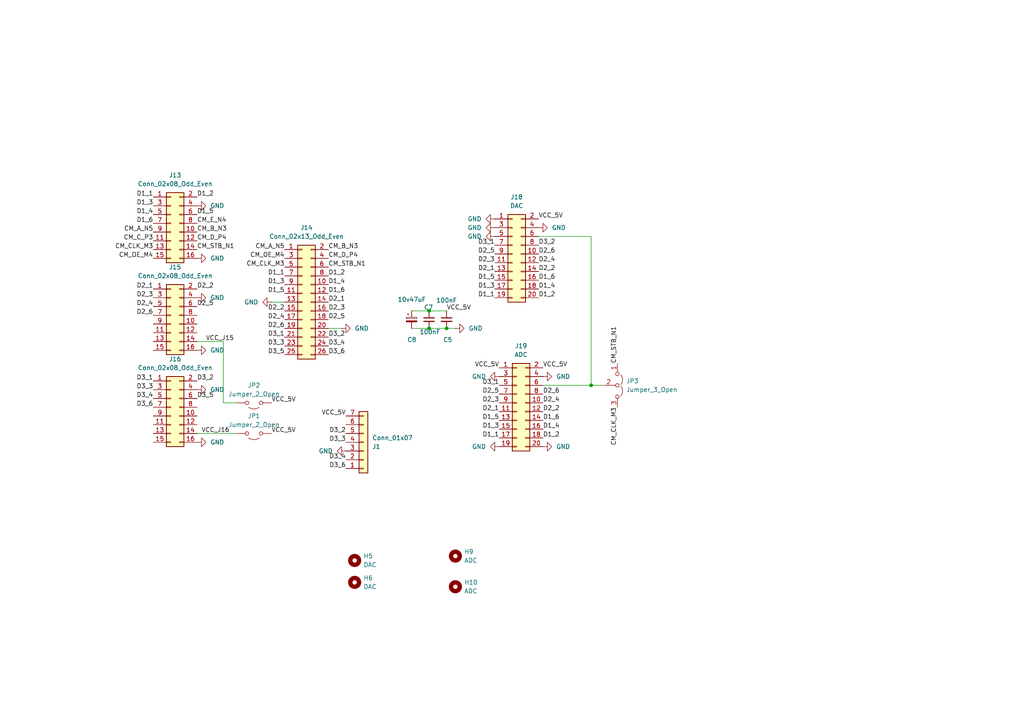
<source format=kicad_sch>
(kicad_sch (version 20231120) (generator "eeschema") (generator_version "8.0")
  (paper "A4")
  (lib_symbols
    (symbol "Connector_Generic:Conn_01x07" (pin_names (offset 1.016) hide)
      (property "Reference" "J" (at 0 10.16 0))
      (property "Value" "Conn_01x07" (at 0 -10.16 0))
      (symbol "Conn_01x07_1_1"
        (rectangle (start -1.27 -7.493) (end 0 -7.747) (stroke (width 0.1524)))
        (rectangle (start -1.27 -4.953) (end 0 -5.207) (stroke (width 0.1524)))
        (rectangle (start -1.27 -2.413) (end 0 -2.667) (stroke (width 0.1524)))
        (rectangle (start -1.27 0.127) (end 0 -0.127) (stroke (width 0.1524)))
        (rectangle (start -1.27 2.667) (end 0 2.413) (stroke (width 0.1524)))
        (rectangle (start -1.27 5.207) (end 0 4.953) (stroke (width 0.1524)))
        (rectangle (start -1.27 7.747) (end 0 7.493) (stroke (width 0.1524)))
        (rectangle (start -1.27 8.89) (end 1.27 -8.89) (stroke (width 0.254)) (fill (type background)))
        (pin passive line (at -5.08 7.62 0) (length 3.81) (name "Pin_1") (number "1"))
        (pin passive line (at -5.08 5.08 0) (length 3.81) (name "Pin_2") (number "2"))
        (pin passive line (at -5.08 2.54 0) (length 3.81) (name "Pin_3") (number "3"))
        (pin passive line (at -5.08 0 0) (length 3.81) (name "Pin_4") (number "4"))
        (pin passive line (at -5.08 -2.54 0) (length 3.81) (name "Pin_5") (number "5"))
        (pin passive line (at -5.08 -5.08 0) (length 3.81) (name "Pin_6") (number "6"))
        (pin passive line (at -5.08 -7.62 0) (length 3.81) (name "Pin_7") (number "7"))
      )
    )
    (symbol "Connector_Generic:Conn_02x08_Odd_Even" (pin_names (offset 1.016) hide)
      (property "Reference" "J" (at 1.27 10.16 0))
      (property "Value" "Conn_02x08_Odd_Even" (at 1.27 -12.7 0))
      (symbol "Conn_02x08_Odd_Even_1_1"
        (rectangle (start -1.27 -10.033) (end 0 -10.287) (stroke (width 0.1524)))
        (rectangle (start -1.27 -7.493) (end 0 -7.747) (stroke (width 0.1524)))
        (rectangle (start -1.27 -4.953) (end 0 -5.207) (stroke (width 0.1524)))
        (rectangle (start -1.27 -2.413) (end 0 -2.667) (stroke (width 0.1524)))
        (rectangle (start -1.27 0.127) (end 0 -0.127) (stroke (width 0.1524)))
        (rectangle (start -1.27 2.667) (end 0 2.413) (stroke (width 0.1524)))
        (rectangle (start -1.27 5.207) (end 0 4.953) (stroke (width 0.1524)))
        (rectangle (start -1.27 7.747) (end 0 7.493) (stroke (width 0.1524)))
        (rectangle (start -1.27 8.89) (end 3.81 -11.43) (stroke (width 0.254)) (fill (type background)))
        (rectangle (start 3.81 -10.033) (end 2.54 -10.287) (stroke (width 0.1524)))
        (rectangle (start 3.81 -7.493) (end 2.54 -7.747) (stroke (width 0.1524)))
        (rectangle (start 3.81 -4.953) (end 2.54 -5.207) (stroke (width 0.1524)))
        (rectangle (start 3.81 -2.413) (end 2.54 -2.667) (stroke (width 0.1524)))
        (rectangle (start 3.81 0.127) (end 2.54 -0.127) (stroke (width 0.1524)))
        (rectangle (start 3.81 2.667) (end 2.54 2.413) (stroke (width 0.1524)))
        (rectangle (start 3.81 5.207) (end 2.54 4.953) (stroke (width 0.1524)))
        (rectangle (start 3.81 7.747) (end 2.54 7.493) (stroke (width 0.1524)))
        (pin passive line (at -5.08 7.62 0) (length 3.81) (name "Pin_1") (number "1"))
        (pin passive line (at 7.62 -2.54 180) (length 3.81) (name "Pin_10") (number "10"))
        (pin passive line (at -5.08 -5.08 0) (length 3.81) (name "Pin_11") (number "11"))
        (pin passive line (at 7.62 -5.08 180) (length 3.81) (name "Pin_12") (number "12"))
        (pin passive line (at -5.08 -7.62 0) (length 3.81) (name "Pin_13") (number "13"))
        (pin passive line (at 7.62 -7.62 180) (length 3.81) (name "Pin_14") (number "14"))
        (pin passive line (at -5.08 -10.16 0) (length 3.81) (name "Pin_15") (number "15"))
        (pin passive line (at 7.62 -10.16 180) (length 3.81) (name "Pin_16") (number "16"))
        (pin passive line (at 7.62 7.62 180) (length 3.81) (name "Pin_2") (number "2"))
        (pin passive line (at -5.08 5.08 0) (length 3.81) (name "Pin_3") (number "3"))
        (pin passive line (at 7.62 5.08 180) (length 3.81) (name "Pin_4") (number "4"))
        (pin passive line (at -5.08 2.54 0) (length 3.81) (name "Pin_5") (number "5"))
        (pin passive line (at 7.62 2.54 180) (length 3.81) (name "Pin_6") (number "6"))
        (pin passive line (at -5.08 0 0) (length 3.81) (name "Pin_7") (number "7"))
        (pin passive line (at 7.62 0 180) (length 3.81) (name "Pin_8") (number "8"))
        (pin passive line (at -5.08 -2.54 0) (length 3.81) (name "Pin_9") (number "9"))
      )
    )
    (symbol "Connector_Generic:Conn_02x10_Odd_Even" (pin_names (offset 1.016) hide)
      (property "Reference" "J" (at 1.27 12.7 0))
      (property "Value" "Conn_02x10_Odd_Even" (at 1.27 -15.24 0))
      (symbol "Conn_02x10_Odd_Even_1_1"
        (rectangle (start -1.27 -12.573) (end 0 -12.827) (stroke (width 0.1524)))
        (rectangle (start -1.27 -10.033) (end 0 -10.287) (stroke (width 0.1524)))
        (rectangle (start -1.27 -7.493) (end 0 -7.747) (stroke (width 0.1524)))
        (rectangle (start -1.27 -4.953) (end 0 -5.207) (stroke (width 0.1524)))
        (rectangle (start -1.27 -2.413) (end 0 -2.667) (stroke (width 0.1524)))
        (rectangle (start -1.27 0.127) (end 0 -0.127) (stroke (width 0.1524)))
        (rectangle (start -1.27 2.667) (end 0 2.413) (stroke (width 0.1524)))
        (rectangle (start -1.27 5.207) (end 0 4.953) (stroke (width 0.1524)))
        (rectangle (start -1.27 7.747) (end 0 7.493) (stroke (width 0.1524)))
        (rectangle (start -1.27 10.287) (end 0 10.033) (stroke (width 0.1524)))
        (rectangle (start -1.27 11.43) (end 3.81 -13.97) (stroke (width 0.254)) (fill (type background)))
        (rectangle (start 3.81 -12.573) (end 2.54 -12.827) (stroke (width 0.1524)))
        (rectangle (start 3.81 -10.033) (end 2.54 -10.287) (stroke (width 0.1524)))
        (rectangle (start 3.81 -7.493) (end 2.54 -7.747) (stroke (width 0.1524)))
        (rectangle (start 3.81 -4.953) (end 2.54 -5.207) (stroke (width 0.1524)))
        (rectangle (start 3.81 -2.413) (end 2.54 -2.667) (stroke (width 0.1524)))
        (rectangle (start 3.81 0.127) (end 2.54 -0.127) (stroke (width 0.1524)))
        (rectangle (start 3.81 2.667) (end 2.54 2.413) (stroke (width 0.1524)))
        (rectangle (start 3.81 5.207) (end 2.54 4.953) (stroke (width 0.1524)))
        (rectangle (start 3.81 7.747) (end 2.54 7.493) (stroke (width 0.1524)))
        (rectangle (start 3.81 10.287) (end 2.54 10.033) (stroke (width 0.1524)))
        (pin passive line (at -5.08 10.16 0) (length 3.81) (name "Pin_1") (number "1"))
        (pin passive line (at 7.62 0 180) (length 3.81) (name "Pin_10") (number "10"))
        (pin passive line (at -5.08 -2.54 0) (length 3.81) (name "Pin_11") (number "11"))
        (pin passive line (at 7.62 -2.54 180) (length 3.81) (name "Pin_12") (number "12"))
        (pin passive line (at -5.08 -5.08 0) (length 3.81) (name "Pin_13") (number "13"))
        (pin passive line (at 7.62 -5.08 180) (length 3.81) (name "Pin_14") (number "14"))
        (pin passive line (at -5.08 -7.62 0) (length 3.81) (name "Pin_15") (number "15"))
        (pin passive line (at 7.62 -7.62 180) (length 3.81) (name "Pin_16") (number "16"))
        (pin passive line (at -5.08 -10.16 0) (length 3.81) (name "Pin_17") (number "17"))
        (pin passive line (at 7.62 -10.16 180) (length 3.81) (name "Pin_18") (number "18"))
        (pin passive line (at -5.08 -12.7 0) (length 3.81) (name "Pin_19") (number "19"))
        (pin passive line (at 7.62 10.16 180) (length 3.81) (name "Pin_2") (number "2"))
        (pin passive line (at 7.62 -12.7 180) (length 3.81) (name "Pin_20") (number "20"))
        (pin passive line (at -5.08 7.62 0) (length 3.81) (name "Pin_3") (number "3"))
        (pin passive line (at 7.62 7.62 180) (length 3.81) (name "Pin_4") (number "4"))
        (pin passive line (at -5.08 5.08 0) (length 3.81) (name "Pin_5") (number "5"))
        (pin passive line (at 7.62 5.08 180) (length 3.81) (name "Pin_6") (number "6"))
        (pin passive line (at -5.08 2.54 0) (length 3.81) (name "Pin_7") (number "7"))
        (pin passive line (at 7.62 2.54 180) (length 3.81) (name "Pin_8") (number "8"))
        (pin passive line (at -5.08 0 0) (length 3.81) (name "Pin_9") (number "9"))
      )
    )
    (symbol "Connector_Generic:Conn_02x13_Odd_Even" (pin_names (offset 1.016) hide)
      (property "Reference" "J" (at 1.27 17.78 0))
      (property "Value" "Conn_02x13_Odd_Even" (at 1.27 -17.78 0))
      (symbol "Conn_02x13_Odd_Even_1_1"
        (rectangle (start -1.27 -15.113) (end 0 -15.367) (stroke (width 0.1524)))
        (rectangle (start -1.27 -12.573) (end 0 -12.827) (stroke (width 0.1524)))
        (rectangle (start -1.27 -10.033) (end 0 -10.287) (stroke (width 0.1524)))
        (rectangle (start -1.27 -7.493) (end 0 -7.747) (stroke (width 0.1524)))
        (rectangle (start -1.27 -4.953) (end 0 -5.207) (stroke (width 0.1524)))
        (rectangle (start -1.27 -2.413) (end 0 -2.667) (stroke (width 0.1524)))
        (rectangle (start -1.27 0.127) (end 0 -0.127) (stroke (width 0.1524)))
        (rectangle (start -1.27 2.667) (end 0 2.413) (stroke (width 0.1524)))
        (rectangle (start -1.27 5.207) (end 0 4.953) (stroke (width 0.1524)))
        (rectangle (start -1.27 7.747) (end 0 7.493) (stroke (width 0.1524)))
        (rectangle (start -1.27 10.287) (end 0 10.033) (stroke (width 0.1524)))
        (rectangle (start -1.27 12.827) (end 0 12.573) (stroke (width 0.1524)))
        (rectangle (start -1.27 15.367) (end 0 15.113) (stroke (width 0.1524)))
        (rectangle (start -1.27 16.51) (end 3.81 -16.51) (stroke (width 0.254)) (fill (type background)))
        (rectangle (start 3.81 -15.113) (end 2.54 -15.367) (stroke (width 0.1524)))
        (rectangle (start 3.81 -12.573) (end 2.54 -12.827) (stroke (width 0.1524)))
        (rectangle (start 3.81 -10.033) (end 2.54 -10.287) (stroke (width 0.1524)))
        (rectangle (start 3.81 -7.493) (end 2.54 -7.747) (stroke (width 0.1524)))
        (rectangle (start 3.81 -4.953) (end 2.54 -5.207) (stroke (width 0.1524)))
        (rectangle (start 3.81 -2.413) (end 2.54 -2.667) (stroke (width 0.1524)))
        (rectangle (start 3.81 0.127) (end 2.54 -0.127) (stroke (width 0.1524)))
        (rectangle (start 3.81 2.667) (end 2.54 2.413) (stroke (width 0.1524)))
        (rectangle (start 3.81 5.207) (end 2.54 4.953) (stroke (width 0.1524)))
        (rectangle (start 3.81 7.747) (end 2.54 7.493) (stroke (width 0.1524)))
        (rectangle (start 3.81 10.287) (end 2.54 10.033) (stroke (width 0.1524)))
        (rectangle (start 3.81 12.827) (end 2.54 12.573) (stroke (width 0.1524)))
        (rectangle (start 3.81 15.367) (end 2.54 15.113) (stroke (width 0.1524)))
        (pin passive line (at -5.08 15.24 0) (length 3.81) (name "Pin_1") (number "1"))
        (pin passive line (at 7.62 5.08 180) (length 3.81) (name "Pin_10") (number "10"))
        (pin passive line (at -5.08 2.54 0) (length 3.81) (name "Pin_11") (number "11"))
        (pin passive line (at 7.62 2.54 180) (length 3.81) (name "Pin_12") (number "12"))
        (pin passive line (at -5.08 0 0) (length 3.81) (name "Pin_13") (number "13"))
        (pin passive line (at 7.62 0 180) (length 3.81) (name "Pin_14") (number "14"))
        (pin passive line (at -5.08 -2.54 0) (length 3.81) (name "Pin_15") (number "15"))
        (pin passive line (at 7.62 -2.54 180) (length 3.81) (name "Pin_16") (number "16"))
        (pin passive line (at -5.08 -5.08 0) (length 3.81) (name "Pin_17") (number "17"))
        (pin passive line (at 7.62 -5.08 180) (length 3.81) (name "Pin_18") (number "18"))
        (pin passive line (at -5.08 -7.62 0) (length 3.81) (name "Pin_19") (number "19"))
        (pin passive line (at 7.62 15.24 180) (length 3.81) (name "Pin_2") (number "2"))
        (pin passive line (at 7.62 -7.62 180) (length 3.81) (name "Pin_20") (number "20"))
        (pin passive line (at -5.08 -10.16 0) (length 3.81) (name "Pin_21") (number "21"))
        (pin passive line (at 7.62 -10.16 180) (length 3.81) (name "Pin_22") (number "22"))
        (pin passive line (at -5.08 -12.7 0) (length 3.81) (name "Pin_23") (number "23"))
        (pin passive line (at 7.62 -12.7 180) (length 3.81) (name "Pin_24") (number "24"))
        (pin passive line (at -5.08 -15.24 0) (length 3.81) (name "Pin_25") (number "25"))
        (pin passive line (at 7.62 -15.24 180) (length 3.81) (name "Pin_26") (number "26"))
        (pin passive line (at -5.08 12.7 0) (length 3.81) (name "Pin_3") (number "3"))
        (pin passive line (at 7.62 12.7 180) (length 3.81) (name "Pin_4") (number "4"))
        (pin passive line (at -5.08 10.16 0) (length 3.81) (name "Pin_5") (number "5"))
        (pin passive line (at 7.62 10.16 180) (length 3.81) (name "Pin_6") (number "6"))
        (pin passive line (at -5.08 7.62 0) (length 3.81) (name "Pin_7") (number "7"))
        (pin passive line (at 7.62 7.62 180) (length 3.81) (name "Pin_8") (number "8"))
        (pin passive line (at -5.08 5.08 0) (length 3.81) (name "Pin_9") (number "9"))
      )
    )
    (symbol "Device:C_Polarized_Small" (pin_numbers hide) (pin_names (offset 0.254) hide)
      (property "Reference" "C" (at 0.254 1.778 0))
      (property "Value" "C_Polarized_Small" (at 0.254 -2.032 0))
      (symbol "C_Polarized_Small_0_1"
        (rectangle (start -1.524 -0.3048) (end 1.524 -0.6858) (fill (type outline)))
        (rectangle (start -1.524 0.6858) (end 1.524 0.3048))
        (polyline (pts (xy -1.27 1.524) (xy -0.762 1.524)))
        (polyline (pts (xy -1.016 1.27) (xy -1.016 1.778)))
      )
      (symbol "C_Polarized_Small_1_1"
        (pin passive line (at 0 2.54 270) (length 1.8542) (name "~") (number "1"))
        (pin passive line (at 0 -2.54 90) (length 1.8542) (name "~") (number "2"))
      )
    )
    (symbol "Device:C_Small" (pin_numbers hide) (pin_names (offset 0.254) hide)
      (property "Reference" "C" (at 0.254 1.778 0))
      (property "Value" "C_Small" (at 0.254 -2.032 0))
      (symbol "C_Small_0_1"
        (polyline (pts (xy -1.524 -0.508) (xy 1.524 -0.508)) (stroke (width 0.3302)))
        (polyline (pts (xy -1.524 0.508) (xy 1.524 0.508)) (stroke (width 0.3048)))
      )
      (symbol "C_Small_1_1"
        (pin passive line (at 0 2.54 270) (length 2.032) (name "~") (number "1"))
        (pin passive line (at 0 -2.54 90) (length 2.032) (name "~") (number "2"))
      )
    )
    (symbol "Jumper:Jumper_2_Open" (pin_numbers hide) (pin_names (offset 0) hide) (exclude_from_sim yes)
      (property "Reference" "JP" (at 0 2.794 0))
      (property "Value" "Jumper_2_Open" (at 0 -2.286 0))
      (symbol "Jumper_2_Open_0_0"
        (circle (center -2.032 0) (radius 0.508))
        (circle (center 2.032 0) (radius 0.508))
      )
      (symbol "Jumper_2_Open_0_1"
        (arc (start 1.524 1.27) (mid 0 1.778) (end -1.524 1.27))
      )
      (symbol "Jumper_2_Open_1_1"
        (pin passive line (at -5.08 0 0) (length 2.54) (name "A") (number "1"))
        (pin passive line (at 5.08 0 180) (length 2.54) (name "B") (number "2"))
      )
    )
    (symbol "Jumper:Jumper_3_Open" (pin_names (offset 0) hide) (exclude_from_sim yes) (in_bom no)
      (property "Reference" "JP" (at -2.54 -2.54 0))
      (property "Value" "Jumper_3_Open" (at 0 2.794 0))
      (symbol "Jumper_3_Open_0_0"
        (circle (center -3.302 0) (radius 0.508))
        (circle (center 0 0) (radius 0.508))
        (circle (center 3.302 0) (radius 0.508))
      )
      (symbol "Jumper_3_Open_0_1"
        (arc (start -0.254 1.016) (mid -1.651 1.4992) (end -3.048 1.016))
        (polyline (pts (xy 0 -0.508) (xy 0 -1.27)))
        (arc (start 3.048 1.016) (mid 1.651 1.4992) (end 0.254 1.016))
      )
      (symbol "Jumper_3_Open_1_1"
        (pin passive line (at -6.35 0 0) (length 2.54) (name "A") (number "1"))
        (pin passive line (at 0 -3.81 90) (length 2.54) (name "C") (number "2"))
        (pin passive line (at 6.35 0 180) (length 2.54) (name "B") (number "3"))
      )
    )
    (symbol "Mechanical:MountingHole" (pin_names (offset 1.016)) (exclude_from_sim yes) (in_bom no)
      (property "Reference" "H" (at 0 5.08 0))
      (property "Value" "MountingHole" (at 0 3.175 0))
      (symbol "MountingHole_0_1"
        (circle (center 0 0) (radius 1.27) (stroke (width 1.27)))
      )
    )
    (symbol "power:GND" (power) (pin_numbers hide) (pin_names (offset 0) hide)
      (property "Value" "GND" (at 0 -3.81 0))
      (symbol "GND_0_1"
        (polyline (pts (xy 0 0) (xy 0 -1.27) (xy 1.27 -1.27) (xy 0 -2.54) (xy -1.27 -1.27) (xy 0 -1.27)))
      )
      (symbol "GND_1_1"
        (pin power_in line (at 0 0 270) (length 0) (name "~") (number "1"))
      )
    )
  )
  (junction (at 124.46 90.17))
  (junction (at 124.46 95.25))
  (junction (at 171.45 111.76))
  (junction (at 129.54 95.25))
  (wire (pts (xy 124.46 95.25) (xy 129.54 95.25)))
  (wire (pts (xy 171.45 68.58) (xy 171.45 111.76)))
  (wire (pts (xy 64.77 116.84) (xy 68.58 116.84)))
  (wire (pts (xy 64.77 99.06) (xy 64.77 116.84)))
  (wire (pts (xy 129.54 95.25) (xy 132.08 95.25)))
  (wire (pts (xy 156.21 68.58) (xy 171.45 68.58)))
  (wire (pts (xy 95.25 95.25) (xy 99.06 95.25)))
  (wire (pts (xy 78.74 87.63) (xy 82.55 87.63)))
  (wire (pts (xy 157.48 111.76) (xy 171.45 111.76)))
  (wire (pts (xy 119.38 90.17) (xy 124.46 90.17)))
  (wire (pts (xy 171.45 111.76) (xy 175.26 111.76)))
  (wire (pts (xy 57.15 125.73) (xy 68.58 125.73)))
  (wire (pts (xy 124.46 90.17) (xy 129.54 90.17)))
  (wire (pts (xy 119.38 95.25) (xy 124.46 95.25)))
  (wire (pts (xy 57.15 99.06) (xy 64.77 99.06)))
  (label "D2_5" (at 57.15 88.9 0))
  (label "D3_4" (at 44.45 115.57 180))
  (label "D1_6" (at 95.25 85.09 0))
  (label "CM_D_P4" (at 57.15 69.85 0))
  (label "D3_3" (at 44.45 113.03 180))
  (label "D3_6" (at 44.45 118.11 180))
  (label "D1_6" (at 157.48 121.92 0))
  (label "D1_2" (at 156.21 86.36 0))
  (label "D1_3" (at 143.51 83.82 180))
  (label "D1_2" (at 95.25 80.01 0))
  (label "D1_6" (at 156.21 81.28 0))
  (label "D2_4" (at 82.55 92.71 180))
  (label "CM_A_N5" (at 44.45 67.31 180))
  (label "VCC_5V" (at 78.74 125.73 0))
  (label "D2_2" (at 156.21 78.74 0))
  (label "D1_4" (at 95.25 82.55 0))
  (label "D2_2" (at 157.48 119.38 0))
  (label "D3_1" (at 82.55 97.79 180))
  (label "D3_1" (at 144.78 111.76 180))
  (label "CM_A_N5" (at 82.55 72.39 180))
  (label "CM_OE_M4" (at 82.55 74.93 180))
  (label "CM_STB_N1" (at 95.25 77.47 0))
  (label "CM_E_N4" (at 57.15 64.77 0))
  (label "D3_4" (at 100.33 133.35 180))
  (label "CM_STB_N1" (at 57.15 72.39 0))
  (label "D3_2" (at 57.15 110.49 0))
  (label "CM_OE_M4" (at 44.45 74.93 180))
  (label "D2_6" (at 82.55 95.25 180))
  (label "CM_B_N3" (at 57.15 67.31 0))
  (label "D3_2" (at 100.33 125.73 180))
  (label "D2_2" (at 57.15 83.82 0))
  (label "D3_6" (at 95.25 102.87 0))
  (label "D2_6" (at 156.21 73.66 0))
  (label "D1_4" (at 44.45 62.23 180))
  (label "D3_5" (at 82.55 102.87 180))
  (label "VCC_5V" (at 156.21 63.5 0))
  (label "CM_CLK_M3" (at 82.55 77.47 180))
  (label "D1_4" (at 157.48 124.46 0))
  (label "D1_5" (at 57.15 62.23 0))
  (label "CM_C_P3" (at 44.45 69.85 180))
  (label "D1_5" (at 82.55 85.09 180))
  (label "D3_4" (at 95.25 100.33 0))
  (label "D1_3" (at 144.78 124.46 180))
  (label "VCC_5V" (at 78.74 116.84 0))
  (label "D1_5" (at 144.78 121.92 180))
  (label "D1_4" (at 156.21 83.82 0))
  (label "VCC_5V" (at 144.78 106.68 180))
  (label "D1_3" (at 44.45 59.69 180))
  (label "VCC_5V" (at 157.48 106.68 0))
  (label "CM_B_N3" (at 95.25 72.39 0))
  (label "CM_D_P4" (at 95.25 74.93 0))
  (label "D1_1" (at 82.55 80.01 180))
  (label "VCC_5V" (at 100.33 120.65 180))
  (label "CM_STB_N1" (at 179.07 105.41 90))
  (label "D2_3" (at 144.78 116.84 180))
  (label "D2_1" (at 95.25 87.63 0))
  (label "D2_3" (at 143.51 76.2 180))
  (label "D3_5" (at 57.15 115.57 0))
  (label "D3_2" (at 156.21 71.12 0))
  (label "D1_3" (at 82.55 82.55 180))
  (label "D2_2" (at 82.55 90.17 180))
  (label "D3_3" (at 100.33 128.27 180))
  (label "D1_6" (at 44.45 64.77 180))
  (label "D2_4" (at 156.21 76.2 0))
  (label "VCC_5V" (at 129.54 90.17 0))
  (label "D3_6" (at 100.33 135.89 180))
  (label "D2_4" (at 157.48 116.84 0))
  (label "D3_2" (at 95.25 97.79 0))
  (label "D2_1" (at 143.51 78.74 180))
  (label "D2_3" (at 95.25 90.17 0))
  (label "VCC_J15" (at 59.69 99.06 0))
  (label "D2_1" (at 44.45 83.82 180))
  (label "D2_1" (at 144.78 119.38 180))
  (label "D2_4" (at 44.45 88.9 180))
  (label "D2_5" (at 143.51 73.66 180))
  (label "CM_CLK_M3" (at 179.07 118.11 270))
  (label "D2_6" (at 157.48 114.3 0))
  (label "D3_1" (at 44.45 110.49 180))
  (label "CM_CLK_M3" (at 44.45 72.39 180))
  (label "D2_5" (at 144.78 114.3 180))
  (label "D2_5" (at 95.25 92.71 0))
  (label "D1_1" (at 143.51 86.36 180))
  (label "D2_6" (at 44.45 91.44 180))
  (label "D2_3" (at 44.45 86.36 180))
  (label "D1_5" (at 143.51 81.28 180))
  (label "VCC_J16" (at 58.42 125.73 0))
  (label "D3_1" (at 143.51 71.12 180))
  (label "D1_2" (at 57.15 57.15 0))
  (label "D1_1" (at 44.45 57.15 180))
  (label "D1_2" (at 157.48 127 0))
  (label "D1_1" (at 144.78 127 180))
  (label "D3_3" (at 82.55 100.33 180))
  (symbol (lib_id "Connector_Generic:Conn_02x08_Odd_Even") (at 49.53 64.77 0) (unit 1)
    (property "Reference" "J13" (at 50.8 50.8 0))
    (property "Value" "Conn_02x08_Odd_Even" (at 50.8 53.34 0))
    (property "Footprint" "Connector_PinSocket_2.54mm:PinSocket_2x08_P2.54mm_Vertical" (effects (hide yes)))
    (property "Description" "Generic connector, double row, 02x08, odd/even pin numbering scheme (row 1 odd numbers, row 2 even numbers), script generated (kicad-library-utils/schlib/autogen/connector/)" (effects (hide yes)))
  )
  (symbol (lib_id "Jumper:Jumper_2_Open") (at 73.66 125.73 180) (unit 1) (exclude_from_sim yes)
    (property "Reference" "JP1" (at 73.66 120.65 0))
    (property "Value" "Jumper_2_Open" (at 73.66 123.19 0))
    (property "Footprint" "Jumper:SolderJumper-3_P1.3mm_Open_Pad1.0x1.5mm" (effects (hide yes)))
    (property "Description" "Jumper, 2-pole, open" (effects (hide yes)))
  )
  (symbol (lib_id "Connector_Generic:Conn_02x08_Odd_Even") (at 49.53 91.44 0) (unit 1)
    (property "Reference" "J15" (at 50.8 77.47 0))
    (property "Value" "Conn_02x08_Odd_Even" (at 50.8 80.01 0))
    (property "Footprint" "Connector_PinSocket_2.54mm:PinSocket_2x08_P2.54mm_Vertical" (effects (hide yes)))
    (property "Description" "Generic connector, double row, 02x08, odd/even pin numbering scheme (row 1 odd numbers, row 2 even numbers), script generated (kicad-library-utils/schlib/autogen/connector/)" (effects (hide yes)))
  )
  (symbol (lib_id "power:GND") (at 57.15 113.03 90) (unit 1)
    (property "Reference" "#PWR022" (effects (hide yes)))
    (property "Value" "GND" (at 60.96 113.0299 90) (effects (justify right)))
    (property "Description" "Power symbol creates a global label with name \"GND\" , ground" (effects (hide yes)))
  )
  (symbol (lib_id "power:GND") (at 132.08 95.25 90) (unit 1)
    (property "Reference" "#PWR033" (effects (hide yes)))
    (property "Value" "GND" (at 135.89 95.2499 90) (effects (justify right)))
    (property "Description" "Power symbol creates a global label with name \"GND\" , ground" (effects (hide yes)))
  )
  (symbol (lib_id "Mechanical:MountingHole") (at 132.08 170.18 0) (unit 1) (exclude_from_sim yes) (in_bom no)
    (property "Reference" "H10" (at 134.62 168.9099 0) (effects (justify left)))
    (property "Value" "ADC" (at 134.62 171.4499 0) (effects (justify left)))
    (property "Footprint" "MountingHole:MountingHole_3.5mm_Pad_Via" (effects (hide yes)))
    (property "Description" "Mounting Hole without connection" (effects (hide yes)))
  )
  (symbol (lib_id "Device:C_Small") (at 129.54 92.71 0) (unit 1)
    (property "Reference" "C5" (at 128.524 98.552 0) (effects (justify left)))
    (property "Value" "100nF" (at 126.492 87.122 0) (effects (justify left)))
    (property "Footprint" "Capacitor_SMD:C_0805_2012Metric" (effects (hide yes)))
    (property "Description" "Unpolarized capacitor, small symbol" (effects (hide yes)))
  )
  (symbol (lib_id "power:GND") (at 157.48 129.54 90) (unit 1)
    (property "Reference" "#PWR032" (effects (hide yes)))
    (property "Value" "GND" (at 161.29 129.5399 90) (effects (justify right)))
    (property "Description" "Power symbol creates a global label with name \"GND\" , ground" (effects (hide yes)))
  )
  (symbol (lib_id "Connector_Generic:Conn_02x13_Odd_Even") (at 87.63 87.63 0) (unit 1)
    (property "Reference" "J14" (at 88.9 66.04 0))
    (property "Value" "Conn_02x13_Odd_Even" (at 88.9 68.58 0))
    (property "Footprint" "Connector_PinHeader_2.54mm:PinHeader_2x13_P2.54mm_Vertical" (effects (hide yes)))
    (property "Description" "Generic connector, double row, 02x13, odd/even pin numbering scheme (row 1 odd numbers, row 2 even numbers), script generated (kicad-library-utils/schlib/autogen/connector/)" (effects (hide yes)))
  )
  (symbol (lib_id "power:GND") (at 100.33 130.81 270) (unit 1)
    (property "Reference" "#PWR01" (effects (hide yes)))
    (property "Value" "GND" (at 96.52 130.8099 90) (effects (justify right)))
    (property "Description" "Power symbol creates a global label with name \"GND\" , ground" (effects (hide yes)))
  )
  (symbol (lib_id "power:GND") (at 57.15 86.36 90) (unit 1)
    (property "Reference" "#PWR019" (effects (hide yes)))
    (property "Value" "GND" (at 60.96 86.3599 90) (effects (justify right)))
    (property "Description" "Power symbol creates a global label with name \"GND\" , ground" (effects (hide yes)))
  )
  (symbol (lib_id "Jumper:Jumper_2_Open") (at 73.66 116.84 180) (unit 1) (exclude_from_sim yes)
    (property "Reference" "JP2" (at 73.66 111.76 0))
    (property "Value" "Jumper_2_Open" (at 73.66 114.3 0))
    (property "Footprint" "Jumper:SolderJumper-3_P1.3mm_Open_Pad1.0x1.5mm" (effects (hide yes)))
    (property "Description" "Jumper, 2-pole, open" (effects (hide yes)))
  )
  (symbol (lib_id "Mechanical:MountingHole") (at 102.87 168.91 0) (unit 1) (exclude_from_sim yes) (in_bom no)
    (property "Reference" "H6" (at 105.41 167.6399 0) (effects (justify left)))
    (property "Value" "DAC" (at 105.41 170.1799 0) (effects (justify left)))
    (property "Footprint" "MountingHole:MountingHole_3.5mm_Pad_Via" (effects (hide yes)))
    (property "Description" "Mounting Hole without connection" (effects (hide yes)))
  )
  (symbol (lib_id "power:GND") (at 57.15 74.93 90) (unit 1)
    (property "Reference" "#PWR018" (effects (hide yes)))
    (property "Value" "GND" (at 60.96 74.9299 90) (effects (justify right)))
    (property "Description" "Power symbol creates a global label with name \"GND\" , ground" (effects (hide yes)))
  )
  (symbol (lib_id "Connector_Generic:Conn_02x08_Odd_Even") (at 49.53 118.11 0) (unit 1)
    (property "Reference" "J16" (at 50.8 104.14 0))
    (property "Value" "Conn_02x08_Odd_Even" (at 50.8 106.68 0))
    (property "Footprint" "Connector_PinSocket_2.54mm:PinSocket_2x08_P2.54mm_Vertical" (effects (hide yes)))
    (property "Description" "Generic connector, double row, 02x08, odd/even pin numbering scheme (row 1 odd numbers, row 2 even numbers), script generated (kicad-library-utils/schlib/autogen/connector/)" (effects (hide yes)))
  )
  (symbol (lib_id "power:GND") (at 99.06 95.25 90) (unit 1)
    (property "Reference" "#PWR016" (effects (hide yes)))
    (property "Value" "GND" (at 102.87 95.2499 90) (effects (justify right)))
    (property "Description" "Power symbol creates a global label with name \"GND\" , ground" (effects (hide yes)))
  )
  (symbol (lib_id "Connector_Generic:Conn_01x07") (at 105.41 128.27 0) (mirror x) (unit 1)
    (property "Reference" "J1" (at 107.95 129.5401 0) (effects (justify left)))
    (property "Value" "Conn_01x07" (at 107.95 127.0001 0) (effects (justify left)))
    (property "Footprint" "Connector_PinHeader_2.54mm:PinHeader_1x07_P2.54mm_Horizontal" (effects (hide yes)))
    (property "Description" "Generic connector, single row, 01x07, script generated (kicad-library-utils/schlib/autogen/connector/)" (effects (hide yes)))
  )
  (symbol (lib_id "Jumper:Jumper_3_Open") (at 179.07 111.76 270) (unit 1) (exclude_from_sim yes) (in_bom no)
    (property "Reference" "JP3" (at 181.61 110.4899 90) (effects (justify left)))
    (property "Value" "Jumper_3_Open" (at 181.61 113.0299 90) (effects (justify left)))
    (property "Footprint" "Jumper:SolderJumper-3_P1.3mm_Open_Pad1.0x1.5mm" (effects (hide yes)))
    (property "Description" "Jumper, 3-pole, both open" (effects (hide yes)))
  )
  (symbol (lib_id "power:GND") (at 57.15 59.69 90) (unit 1)
    (property "Reference" "#PWR017" (effects (hide yes)))
    (property "Value" "GND" (at 60.96 59.6899 90) (effects (justify right)))
    (property "Description" "Power symbol creates a global label with name \"GND\" , ground" (effects (hide yes)))
  )
  (symbol (lib_id "Device:C_Polarized_Small") (at 119.38 92.71 0) (unit 1)
    (property "Reference" "C8" (at 118.11 98.552 0) (effects (justify left)))
    (property "Value" "10v47uF" (at 115.316 86.868 0) (effects (justify left)))
    (property "Footprint" "Capacitor_Tantalum_SMD:CP_EIA-7343-40_Kemet-Y" (effects (hide yes)))
    (property "Description" "Polarized capacitor, small symbol" (effects (hide yes)))
  )
  (symbol (lib_id "power:GND") (at 78.74 87.63 270) (unit 1)
    (property "Reference" "#PWR015" (effects (hide yes)))
    (property "Value" "GND" (at 74.93 87.6299 90) (effects (justify right)))
    (property "Description" "Power symbol creates a global label with name \"GND\" , ground" (effects (hide yes)))
  )
  (symbol (lib_id "Connector_Generic:Conn_02x10_Odd_Even") (at 148.59 73.66 0) (unit 1)
    (property "Reference" "J18" (at 149.86 57.15 0))
    (property "Value" "DAC" (at 149.86 59.69 0))
    (property "Footprint" "Connector_PinHeader_2.54mm:PinHeader_2x10_P2.54mm_Vertical" (effects (hide yes)))
    (property "Description" "Generic connector, double row, 02x10, odd/even pin numbering scheme (row 1 odd numbers, row 2 even numbers), script generated (kicad-library-utils/schlib/autogen/connector/)" (effects (hide yes)))
  )
  (symbol (lib_id "power:GND") (at 156.21 66.04 90) (unit 1)
    (property "Reference" "#PWR028" (effects (hide yes)))
    (property "Value" "GND" (at 160.02 66.0399 90) (effects (justify right)))
    (property "Description" "Power symbol creates a global label with name \"GND\" , ground" (effects (hide yes)))
  )
  (symbol (lib_id "Connector_Generic:Conn_02x10_Odd_Even") (at 149.86 116.84 0) (unit 1)
    (property "Reference" "J19" (at 151.13 100.33 0))
    (property "Value" "ADC" (at 151.13 102.87 0))
    (property "Footprint" "Connector_PinHeader_2.54mm:PinHeader_2x10_P2.54mm_Vertical" (effects (hide yes)))
    (property "Description" "Generic connector, double row, 02x10, odd/even pin numbering scheme (row 1 odd numbers, row 2 even numbers), script generated (kicad-library-utils/schlib/autogen/connector/)" (effects (hide yes)))
  )
  (symbol (lib_id "power:GND") (at 143.51 63.5 270) (unit 1)
    (property "Reference" "#PWR026" (effects (hide yes)))
    (property "Value" "GND" (at 139.7 63.4999 90) (effects (justify right)))
    (property "Description" "Power symbol creates a global label with name \"GND\" , ground" (effects (hide yes)))
  )
  (symbol (lib_id "power:GND") (at 157.48 109.22 90) (unit 1)
    (property "Reference" "#PWR030" (effects (hide yes)))
    (property "Value" "GND" (at 161.29 109.2199 90) (effects (justify right)))
    (property "Description" "Power symbol creates a global label with name \"GND\" , ground" (effects (hide yes)))
  )
  (symbol (lib_id "Mechanical:MountingHole") (at 102.87 162.56 0) (unit 1) (exclude_from_sim yes) (in_bom no)
    (property "Reference" "H5" (at 105.41 161.2899 0) (effects (justify left)))
    (property "Value" "DAC" (at 105.41 163.8299 0) (effects (justify left)))
    (property "Footprint" "MountingHole:MountingHole_3.5mm_Pad_Via" (effects (hide yes)))
    (property "Description" "Mounting Hole without connection" (effects (hide yes)))
  )
  (symbol (lib_id "power:GND") (at 143.51 66.04 270) (unit 1)
    (property "Reference" "#PWR025" (effects (hide yes)))
    (property "Value" "GND" (at 139.7 66.0399 90) (effects (justify right)))
    (property "Description" "Power symbol creates a global label with name \"GND\" , ground" (effects (hide yes)))
  )
  (symbol (lib_id "power:GND") (at 144.78 129.54 270) (unit 1)
    (property "Reference" "#PWR031" (effects (hide yes)))
    (property "Value" "GND" (at 140.97 129.5399 90) (effects (justify right)))
    (property "Description" "Power symbol creates a global label with name \"GND\" , ground" (effects (hide yes)))
  )
  (symbol (lib_id "power:GND") (at 143.51 68.58 270) (unit 1)
    (property "Reference" "#PWR027" (effects (hide yes)))
    (property "Value" "GND" (at 139.7 68.5799 90) (effects (justify right)))
    (property "Description" "Power symbol creates a global label with name \"GND\" , ground" (effects (hide yes)))
  )
  (symbol (lib_id "power:GND") (at 144.78 109.22 270) (unit 1)
    (property "Reference" "#PWR029" (effects (hide yes)))
    (property "Value" "GND" (at 140.97 109.2199 90) (effects (justify right)))
    (property "Description" "Power symbol creates a global label with name \"GND\" , ground" (effects (hide yes)))
  )
  (symbol (lib_id "Mechanical:MountingHole") (at 132.08 161.29 0) (unit 1) (exclude_from_sim yes) (in_bom no)
    (property "Reference" "H9" (at 134.62 160.0199 0) (effects (justify left)))
    (property "Value" "ADC" (at 134.62 162.5599 0) (effects (justify left)))
    (property "Footprint" "MountingHole:MountingHole_3.5mm_Pad_Via" (effects (hide yes)))
    (property "Description" "Mounting Hole without connection" (effects (hide yes)))
  )
  (symbol (lib_id "power:GND") (at 57.15 128.27 90) (unit 1)
    (property "Reference" "#PWR021" (effects (hide yes)))
    (property "Value" "GND" (at 60.96 128.2699 90) (effects (justify right)))
    (property "Description" "Power symbol creates a global label with name \"GND\" , ground" (effects (hide yes)))
  )
  (symbol (lib_id "Device:C_Small") (at 124.46 92.71 0) (unit 1)
    (property "Reference" "C7" (at 122.936 89.154 0) (effects (justify left)))
    (property "Value" "100nF" (at 121.666 96.266 0) (effects (justify left)))
    (property "Footprint" "Capacitor_SMD:C_0805_2012Metric" (effects (hide yes)))
    (property "Description" "Unpolarized capacitor, small symbol" (effects (hide yes)))
  )
  (symbol (lib_id "power:GND") (at 57.15 101.6 90) (unit 1)
    (property "Reference" "#PWR020" (effects (hide yes)))
    (property "Value" "GND" (at 60.96 101.5999 90) (effects (justify right)))
    (property "Description" "Power symbol creates a global label with name \"GND\" , ground" (effects (hide yes)))
  )
)
</source>
